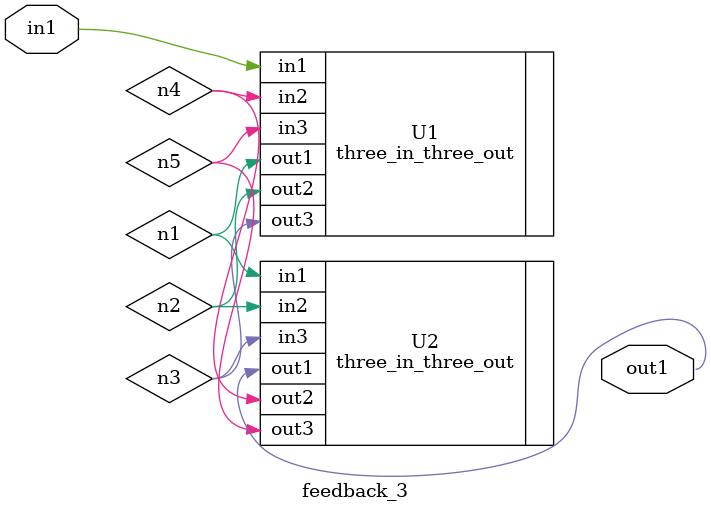
<source format=v>
module feedback_3
  (
    input in1,
    output out1
  );

  three_in_three_out U1 ( .in1(in1), .in2(n4), .in3(n5),
                          .out1(n1), .out2(n2), .out3(n3) );
  three_in_three_out U2 ( .in1(n1), .in2(n2), .in3(n3),
                          .out1(out1), .out2(n4), .out3(n5) );

endmodule


</source>
